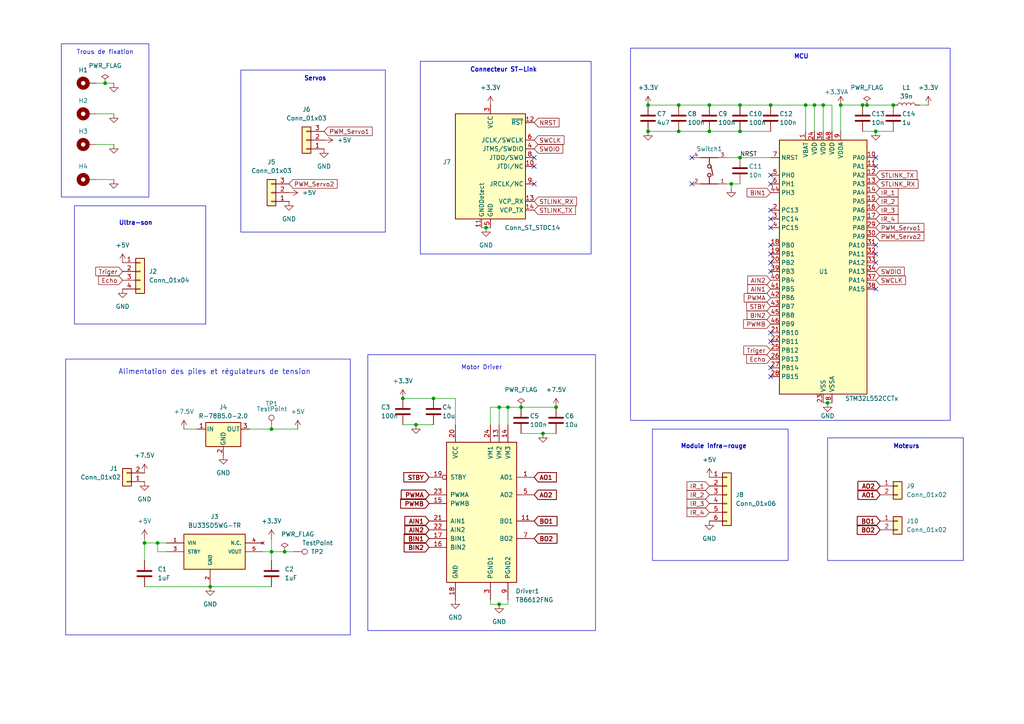
<source format=kicad_sch>
(kicad_sch (version 20231120) (generator "eeschema") (generator_version "8.0")
  (paper "A4")
  (title_block (title "PCB Pami coupe de France 2025") (date "2025-02-04") (comment 1 "Capodagli Janus"))
  (lib_symbols
    (symbol "BU33SD5WG-TR:BU33SD5WG-TR" (pin_names (offset 1.016))
      (property "Reference" "PS1" (at 13.97 7.62 0))
      (property "Value" "BU33SD5WG-TR" (at 13.97 5.08 0))
      (symbol "BU33SD5WG-TR_0_0"
        (rectangle (start 5.08 -7.62) (end 22.86 2.54) (stroke (width 0.254)) (fill (type background)))
        (pin bidirectional line (at 0 0 0) (length 5.08) (name "VIN") (number "1"))
        (pin bidirectional line (at 12.7 -12.7 90) (length 5.08) (name "GND") (number "2"))
        (pin bidirectional line (at 0 -2.54 0) (length 5.08) (name "STBY") (number "3"))
        (pin no_connect line (at 27.94 0 180) (length 5.08) (name "N.C.") (number "4"))
        (pin bidirectional line (at 27.94 -2.54 180) (length 5.08) (name "VOUT") (number "5"))
      )
    )
    (symbol "Connector:Conn_ST_STDC14"
      (property "Reference" "J" (at -8.89 16.51 0))
      (property "Value" "Conn_ST_STDC14" (at 17.78 16.51 0))
      (symbol "Conn_ST_STDC14_0_1"
        (rectangle (start -10.16 15.24) (end 10.16 -15.24) (stroke (width 0.254)) (fill (type background)))
      )
      (symbol "Conn_ST_STDC14_1_1"
        (pin no_connect line (at -10.16 5.08 0) (length 2.54) hide (name "NC") (number "1"))
        (pin output line (at 12.7 0 180) (length 2.54) (name "JTDI/NC") (number "10"))
        (pin passive line (at -2.54 -17.78 90) (length 2.54) (name "GNDDetect") (number "11"))
        (pin open_collector line (at 12.7 12.7 180) (length 2.54) (name "~{RST}") (number "12"))
        (pin output line (at 12.7 -10.16 180) (length 2.54) (name "VCP_RX") (number "13"))
        (pin input line (at 12.7 -12.7 180) (length 2.54) (name "VCP_TX") (number "14"))
        (pin no_connect line (at -10.16 2.54 0) (length 2.54) hide (name "NC") (number "2"))
        (pin power_in line (at 0 17.78 270) (length 2.54) (name "VCC") (number "3"))
        (pin bidirectional line (at 12.7 5.08 180) (length 2.54) (name "JTMS/SWDIO") (number "4"))
        (pin power_in line (at 0 -17.78 90) (length 2.54) (name "GND") (number "5"))
        (pin output line (at 12.7 7.62 180) (length 2.54) (name "JCLK/SWCLK") (number "6"))
        (pin passive line (at 0 -17.78 90) (length 2.54) hide (name "GND") (number "7"))
        (pin input line (at 12.7 2.54 180) (length 2.54) (name "JTDO/SWO") (number "8"))
        (pin input line (at 12.7 -5.08 180) (length 2.54) (name "JRCLK/NC") (number "9"))
      )
    )
    (symbol "Connector:TestPoint" (pin_numbers hide) (pin_names (offset 0.762) hide)
      (property "Reference" "TP" (at 0 6.858 0))
      (property "Value" "TestPoint" (at 0 5.08 0))
      (symbol "TestPoint_0_1"
        (circle (center 0 3.302) (radius 0.762))
      )
      (symbol "TestPoint_1_1"
        (pin passive line (at 0 0 90) (length 2.54) (name "1") (number "1"))
      )
    )
    (symbol "Connector_Generic:Conn_01x02" (pin_names (offset 1.016) hide)
      (property "Reference" "J" (at 0 2.54 0))
      (property "Value" "Conn_01x02" (at 0 -5.08 0))
      (symbol "Conn_01x02_1_1"
        (rectangle (start -1.27 -2.413) (end 0 -2.667) (stroke (width 0.1524)))
        (rectangle (start -1.27 0.127) (end 0 -0.127) (stroke (width 0.1524)))
        (rectangle (start -1.27 1.27) (end 1.27 -3.81) (stroke (width 0.254)) (fill (type background)))
        (pin passive line (at -5.08 0 0) (length 3.81) (name "Pin_1") (number "1"))
        (pin passive line (at -5.08 -2.54 0) (length 3.81) (name "Pin_2") (number "2"))
      )
    )
    (symbol "Connector_Generic:Conn_01x03" (pin_names (offset 1.016) hide)
      (property "Reference" "J" (at 0 5.08 0))
      (property "Value" "Conn_01x03" (at 0 -5.08 0))
      (symbol "Conn_01x03_1_1"
        (rectangle (start -1.27 -2.413) (end 0 -2.667) (stroke (width 0.1524)))
        (rectangle (start -1.27 0.127) (end 0 -0.127) (stroke (width 0.1524)))
        (rectangle (start -1.27 2.667) (end 0 2.413) (stroke (width 0.1524)))
        (rectangle (start -1.27 3.81) (end 1.27 -3.81) (stroke (width 0.254)) (fill (type background)))
        (pin passive line (at -5.08 2.54 0) (length 3.81) (name "Pin_1") (number "1"))
        (pin passive line (at -5.08 0 0) (length 3.81) (name "Pin_2") (number "2"))
        (pin passive line (at -5.08 -2.54 0) (length 3.81) (name "Pin_3") (number "3"))
      )
    )
    (symbol "Connector_Generic:Conn_01x04" (pin_names (offset 1.016) hide)
      (property "Reference" "J" (at 0 5.08 0))
      (property "Value" "Conn_01x04" (at 0 -7.62 0))
      (symbol "Conn_01x04_1_1"
        (rectangle (start -1.27 -4.953) (end 0 -5.207) (stroke (width 0.1524)))
        (rectangle (start -1.27 -2.413) (end 0 -2.667) (stroke (width 0.1524)))
        (rectangle (start -1.27 0.127) (end 0 -0.127) (stroke (width 0.1524)))
        (rectangle (start -1.27 2.667) (end 0 2.413) (stroke (width 0.1524)))
        (rectangle (start -1.27 3.81) (end 1.27 -6.35) (stroke (width 0.254)) (fill (type background)))
        (pin passive line (at -5.08 2.54 0) (length 3.81) (name "Pin_1") (number "1"))
        (pin passive line (at -5.08 0 0) (length 3.81) (name "Pin_2") (number "2"))
        (pin passive line (at -5.08 -2.54 0) (length 3.81) (name "Pin_3") (number "3"))
        (pin passive line (at -5.08 -5.08 0) (length 3.81) (name "Pin_4") (number "4"))
      )
    )
    (symbol "Connector_Generic:Conn_01x06" (pin_names (offset 1.016) hide)
      (property "Reference" "J" (at 0 7.62 0))
      (property "Value" "Conn_01x06" (at 0 -10.16 0))
      (symbol "Conn_01x06_1_1"
        (rectangle (start -1.27 -7.493) (end 0 -7.747) (stroke (width 0.1524)))
        (rectangle (start -1.27 -4.953) (end 0 -5.207) (stroke (width 0.1524)))
        (rectangle (start -1.27 -2.413) (end 0 -2.667) (stroke (width 0.1524)))
        (rectangle (start -1.27 0.127) (end 0 -0.127) (stroke (width 0.1524)))
        (rectangle (start -1.27 2.667) (end 0 2.413) (stroke (width 0.1524)))
        (rectangle (start -1.27 5.207) (end 0 4.953) (stroke (width 0.1524)))
        (rectangle (start -1.27 6.35) (end 1.27 -8.89) (stroke (width 0.254)) (fill (type background)))
        (pin passive line (at -5.08 5.08 0) (length 3.81) (name "Pin_1") (number "1"))
        (pin passive line (at -5.08 2.54 0) (length 3.81) (name "Pin_2") (number "2"))
        (pin passive line (at -5.08 0 0) (length 3.81) (name "Pin_3") (number "3"))
        (pin passive line (at -5.08 -2.54 0) (length 3.81) (name "Pin_4") (number "4"))
        (pin passive line (at -5.08 -5.08 0) (length 3.81) (name "Pin_5") (number "5"))
        (pin passive line (at -5.08 -7.62 0) (length 3.81) (name "Pin_6") (number "6"))
      )
    )
    (symbol "Device:C" (pin_numbers hide) (pin_names (offset 0.254))
      (property "Reference" "C" (at 0.635 2.54 0))
      (property "Value" "C" (at 0.635 -2.54 0))
      (symbol "C_0_1"
        (polyline (pts (xy -2.032 -0.762) (xy 2.032 -0.762)) (stroke (width 0.508)))
        (polyline (pts (xy -2.032 0.762) (xy 2.032 0.762)) (stroke (width 0.508)))
      )
      (symbol "C_1_1"
        (pin passive line (at 0 3.81 270) (length 2.794) (name "~") (number "1"))
        (pin passive line (at 0 -3.81 90) (length 2.794) (name "~") (number "2"))
      )
    )
    (symbol "Device:L" (pin_numbers hide) (pin_names (offset 1.016) hide)
      (property "Reference" "L" (at -1.27 0 90))
      (property "Value" "L" (at 1.905 0 90))
      (symbol "L_0_1"
        (arc (start 0 -2.54) (mid 0.6323 -1.905) (end 0 -1.27))
        (arc (start 0 -1.27) (mid 0.6323 -0.635) (end 0 0))
        (arc (start 0 0) (mid 0.6323 0.635) (end 0 1.27))
        (arc (start 0 1.27) (mid 0.6323 1.905) (end 0 2.54))
      )
      (symbol "L_1_1"
        (pin passive line (at 0 3.81 270) (length 1.27) (name "1") (number "1"))
        (pin passive line (at 0 -3.81 90) (length 1.27) (name "2") (number "2"))
      )
    )
    (symbol "Driver_Motor:TB6612FNG" (pin_names (offset 1.016))
      (property "Reference" "U" (at 11.43 17.78 0))
      (property "Value" "TB6612FNG" (at 11.43 15.24 0))
      (symbol "TB6612FNG_0_1"
        (rectangle (start -10.16 20.32) (end 10.16 -20.32) (stroke (width 0.254)) (fill (type background)))
      )
      (symbol "TB6612FNG_1_1"
        (pin output line (at 15.24 10.16 180) (length 5.08) (name "AO1") (number "1"))
        (pin passive line (at 7.62 -25.4 90) (length 5.08) hide (name "PGND2") (number "10"))
        (pin output line (at 15.24 -2.54 180) (length 5.08) (name "BO1") (number "11"))
        (pin passive line (at 15.24 -2.54 180) (length 5.08) hide (name "BO1") (number "12"))
        (pin power_in line (at 5.08 25.4 270) (length 5.08) (name "VM2") (number "13"))
        (pin power_in line (at 7.62 25.4 270) (length 5.08) (name "VM3") (number "14"))
        (pin input line (at -15.24 2.54 0) (length 5.08) (name "PWMB") (number "15"))
        (pin input line (at -15.24 -10.16 0) (length 5.08) (name "BIN2") (number "16"))
        (pin input line (at -15.24 -7.62 0) (length 5.08) (name "BIN1") (number "17"))
        (pin power_in line (at -7.62 -25.4 90) (length 5.08) (name "GND") (number "18"))
        (pin input inverted (at -15.24 10.16 0) (length 5.08) (name "STBY") (number "19"))
        (pin passive line (at 15.24 10.16 180) (length 5.08) hide (name "AO1") (number "2"))
        (pin power_in line (at -7.62 25.4 270) (length 5.08) (name "VCC") (number "20"))
        (pin input line (at -15.24 -2.54 0) (length 5.08) (name "AIN1") (number "21"))
        (pin input line (at -15.24 -5.08 0) (length 5.08) (name "AIN2") (number "22"))
        (pin input line (at -15.24 5.08 0) (length 5.08) (name "PWMA") (number "23"))
        (pin power_in line (at 2.54 25.4 270) (length 5.08) (name "VM1") (number "24"))
        (pin power_in line (at 2.54 -25.4 90) (length 5.08) (name "PGND1") (number "3"))
        (pin passive line (at 2.54 -25.4 90) (length 5.08) hide (name "PGND1") (number "4"))
        (pin output line (at 15.24 5.08 180) (length 5.08) (name "AO2") (number "5"))
        (pin passive line (at 15.24 5.08 180) (length 5.08) hide (name "AO2") (number "6"))
        (pin output line (at 15.24 -7.62 180) (length 5.08) (name "BO2") (number "7"))
        (pin passive line (at 15.24 -7.62 180) (length 5.08) hide (name "BO2") (number "8"))
        (pin power_in line (at 7.62 -25.4 90) (length 5.08) (name "PGND2") (number "9"))
      )
    )
    (symbol "GND_3" (power) (pin_numbers hide) (pin_names (offset 0) hide)
      (property "Value" "GND" (at 0 -3.81 0))
      (symbol "GND_3_0_1"
        (polyline (pts (xy 0 0) (xy 0 -1.27) (xy 1.27 -1.27) (xy 0 -2.54) (xy -1.27 -1.27) (xy 0 -1.27)))
      )
      (symbol "GND_3_1_1"
        (pin power_in line (at 0 0 270) (length 0) (name "~") (number "1"))
      )
    )
    (symbol "MCU_ST_STM32L5:STM32L552CCTx"
      (property "Reference" "U" (at -12.7 39.37 0))
      (property "Value" "STM32L552CCTx" (at 7.62 39.37 0))
      (symbol "STM32L552CCTx_0_1"
        (rectangle (start -12.7 -35.56) (end 12.7 38.1) (stroke (width 0.254)) (fill (type background)))
      )
      (symbol "STM32L552CCTx_1_1"
        (pin power_in line (at -5.08 40.64 270) (length 2.54) (name "VBAT") (number "1"))
        (pin bidirectional line (at 15.24 33.02 180) (length 2.54) (name "PA0") (number "10"))
        (pin bidirectional line (at 15.24 30.48 180) (length 2.54) (name "PA1") (number "11"))
        (pin bidirectional line (at 15.24 27.94 180) (length 2.54) (name "PA2") (number "12"))
        (pin bidirectional line (at 15.24 25.4 180) (length 2.54) (name "PA3") (number "13"))
        (pin bidirectional line (at 15.24 22.86 180) (length 2.54) (name "PA4") (number "14"))
        (pin bidirectional line (at 15.24 20.32 180) (length 2.54) (name "PA5") (number "15"))
        (pin bidirectional line (at 15.24 17.78 180) (length 2.54) (name "PA6") (number "16"))
        (pin bidirectional line (at 15.24 15.24 180) (length 2.54) (name "PA7") (number "17"))
        (pin bidirectional line (at -15.24 7.62 0) (length 2.54) (name "PB0") (number "18"))
        (pin bidirectional line (at -15.24 5.08 0) (length 2.54) (name "PB1") (number "19"))
        (pin bidirectional line (at -15.24 17.78 0) (length 2.54) (name "PC13") (number "2"))
        (pin bidirectional line (at -15.24 2.54 0) (length 2.54) (name "PB2") (number "20"))
        (pin bidirectional line (at -15.24 -17.78 0) (length 2.54) (name "PB10") (number "21"))
        (pin bidirectional line (at -15.24 -20.32 0) (length 2.54) (name "PB11") (number "22"))
        (pin power_in line (at 0 -38.1 90) (length 2.54) (name "VSS") (number "23"))
        (pin power_in line (at -2.54 40.64 270) (length 2.54) (name "VDD") (number "24"))
        (pin bidirectional line (at -15.24 -22.86 0) (length 2.54) (name "PB12") (number "25"))
        (pin bidirectional line (at -15.24 -25.4 0) (length 2.54) (name "PB13") (number "26"))
        (pin bidirectional line (at -15.24 -27.94 0) (length 2.54) (name "PB14") (number "27"))
        (pin bidirectional line (at -15.24 -30.48 0) (length 2.54) (name "PB15") (number "28"))
        (pin bidirectional line (at 15.24 12.7 180) (length 2.54) (name "PA8") (number "29"))
        (pin bidirectional line (at -15.24 15.24 0) (length 2.54) (name "PC14") (number "3"))
        (pin bidirectional line (at 15.24 10.16 180) (length 2.54) (name "PA9") (number "30"))
        (pin bidirectional line (at 15.24 7.62 180) (length 2.54) (name "PA10") (number "31"))
        (pin bidirectional line (at 15.24 5.08 180) (length 2.54) (name "PA11") (number "32"))
        (pin bidirectional line (at 15.24 2.54 180) (length 2.54) (name "PA12") (number "33"))
        (pin bidirectional line (at 15.24 0 180) (length 2.54) (name "PA13") (number "34"))
        (pin passive line (at 0 -38.1 90) (length 2.54) hide (name "VSS") (number "35"))
        (pin power_in line (at 0 40.64 270) (length 2.54) (name "VDD") (number "36"))
        (pin bidirectional line (at 15.24 -2.54 180) (length 2.54) (name "PA14") (number "37"))
        (pin bidirectional line (at 15.24 -5.08 180) (length 2.54) (name "PA15") (number "38"))
        (pin bidirectional line (at -15.24 0 0) (length 2.54) (name "PB3") (number "39"))
        (pin bidirectional line (at -15.24 12.7 0) (length 2.54) (name "PC15") (number "4"))
        (pin bidirectional line (at -15.24 -2.54 0) (length 2.54) (name "PB4") (number "40"))
        (pin bidirectional line (at -15.24 -5.08 0) (length 2.54) (name "PB5") (number "41"))
        (pin bidirectional line (at -15.24 -7.62 0) (length 2.54) (name "PB6") (number "42"))
        (pin bidirectional line (at -15.24 -10.16 0) (length 2.54) (name "PB7") (number "43"))
        (pin bidirectional line (at -15.24 22.86 0) (length 2.54) (name "PH3") (number "44"))
        (pin bidirectional line (at -15.24 -12.7 0) (length 2.54) (name "PB8") (number "45"))
        (pin bidirectional line (at -15.24 -15.24 0) (length 2.54) (name "PB9") (number "46"))
        (pin passive line (at 0 -38.1 90) (length 2.54) hide (name "VSS") (number "47"))
        (pin power_in line (at 2.54 40.64 270) (length 2.54) (name "VDD") (number "48"))
        (pin bidirectional line (at -15.24 27.94 0) (length 2.54) (name "PH0") (number "5"))
        (pin bidirectional line (at -15.24 25.4 0) (length 2.54) (name "PH1") (number "6"))
        (pin input line (at -15.24 33.02 0) (length 2.54) (name "NRST") (number "7"))
        (pin power_in line (at 2.54 -38.1 90) (length 2.54) (name "VSSA") (number "8"))
        (pin power_in line (at 5.08 40.64 270) (length 2.54) (name "VDDA") (number "9"))
      )
    )
    (symbol "MountingHole_Pad_2" (pin_numbers hide) (pin_names (offset 1.016) hide) (exclude_from_sim yes) (in_bom no)
      (property "Reference" "H1" (at 2.54 2.5401 0))
      (property "Value" "MountingHole_Pad" (at 2.54 0.0001 0))
      (symbol "MountingHole_Pad_2_0_1"
        (circle (center 0 1.27) (radius 1.27) (stroke (width 1.27)))
      )
      (symbol "MountingHole_Pad_2_1_1"
        (pin input line (at 0 -2.54 90) (length 2.54) (name "1") (number "1"))
      )
    )
    (symbol "Regulator_Switching:R-78B5.0-2.0" (pin_names (offset 0.254))
      (property "Reference" "U" (at -3.81 3.175 0))
      (property "Value" "R-78B5.0-2.0" (at 0 3.175 0))
      (symbol "R-78B5.0-2.0_0_1"
        (rectangle (start -5.08 1.905) (end 5.08 -5.08) (stroke (width 0.254)) (fill (type background)))
      )
      (symbol "R-78B5.0-2.0_1_1"
        (pin power_in line (at -7.62 0 0) (length 2.54) (name "IN") (number "1"))
        (pin power_in line (at 0 -7.62 90) (length 2.54) (name "GND") (number "2"))
        (pin power_out line (at 7.62 0 180) (length 2.54) (name "OUT") (number "3"))
      )
    )
    (symbol "boutonSMD_wurth430471025826:430471025826" (pin_names (offset 1.016))
      (property "Reference" "S" (at 0 5.842 0))
      (symbol "430471025826_0_0"
        (polyline (pts (xy -2.54 -2.54) (xy 0 -2.54)) (stroke (width 0.254)))
        (polyline (pts (xy -2.54 5.08) (xy 0 5.08)) (stroke (width 0.254)))
        (polyline (pts (xy -0.47 -0.2) (xy -1.04 2.61)) (stroke (width 0.254)))
        (polyline (pts (xy 0 -2.54) (xy 2.54 -2.54)) (stroke (width 0.254)))
        (polyline (pts (xy 0 -0.535) (xy 0 -2.54)) (stroke (width 0.254)))
        (polyline (pts (xy 0 3.075) (xy 0 5.08)) (stroke (width 0.254)))
        (polyline (pts (xy 0 5.08) (xy 2.54 5.08)) (stroke (width 0.254)))
        (circle (center 0 0) (radius 0.508) (stroke (width 0.254)))
        (circle (center 0 2.54) (radius 0.508) (stroke (width 0.254)))
        (pin passive line (at -5.08 5.08 0) (length 2.54) (name "~") (number "1"))
        (pin passive line (at 5.08 5.08 180) (length 2.54) (name "~") (number "2"))
        (pin passive line (at -5.08 -2.54 0) (length 2.54) (name "~") (number "3"))
        (pin passive line (at 5.08 -2.54 180) (length 2.54) (name "~") (number "4"))
      )
    )
    (symbol "power:+3.3V" (power) (pin_numbers hide) (pin_names (offset 0) hide)
      (property "Value" "+3.3V" (at 0 3.556 0))
      (symbol "+3.3V_0_1"
        (polyline (pts (xy -0.762 1.27) (xy 0 2.54)))
        (polyline (pts (xy 0 0) (xy 0 2.54)))
        (polyline (pts (xy 0 2.54) (xy 0.762 1.27)))
      )
      (symbol "+3.3V_1_1"
        (pin power_in line (at 0 0 90) (length 0) (name "~") (number "1"))
      )
    )
    (symbol "power:+3.3VA" (power) (pin_numbers hide) (pin_names (offset 0) hide)
      (property "Value" "+3.3VA" (at 0 3.556 0))
      (symbol "+3.3VA_0_1"
        (polyline (pts (xy -0.762 1.27) (xy 0 2.54)))
        (polyline (pts (xy 0 0) (xy 0 2.54)))
        (polyline (pts (xy 0 2.54) (xy 0.762 1.27)))
      )
      (symbol "+3.3VA_1_1"
        (pin power_in line (at 0 0 90) (length 0) (name "~") (number "1"))
      )
    )
    (symbol "power:+5V" (power) (pin_numbers hide) (pin_names (offset 0) hide)
      (property "Value" "+5V" (at 0 3.556 0))
      (symbol "+5V_0_1"
        (polyline (pts (xy -0.762 1.27) (xy 0 2.54)))
        (polyline (pts (xy 0 0) (xy 0 2.54)))
        (polyline (pts (xy 0 2.54) (xy 0.762 1.27)))
      )
      (symbol "+5V_1_1"
        (pin power_in line (at 0 0 90) (length 0) (name "~") (number "1"))
      )
    )
    (symbol "power:+7.5V" (power) (pin_numbers hide) (pin_names (offset 0) hide)
      (property "Value" "+7.5V" (at 0 3.556 0))
      (symbol "+7.5V_0_1"
        (polyline (pts (xy -0.762 1.27) (xy 0 2.54)))
        (polyline (pts (xy 0 0) (xy 0 2.54)))
        (polyline (pts (xy 0 2.54) (xy 0.762 1.27)))
      )
      (symbol "+7.5V_1_1"
        (pin power_in line (at 0 0 90) (length 0) (name "~") (number "1"))
      )
    )
    (symbol "power:GND" (power) (pin_numbers hide) (pin_names (offset 0) hide)
      (property "Value" "GND" (at 0 -3.81 0))
      (symbol "GND_0_1"
        (polyline (pts (xy 0 0) (xy 0 -1.27) (xy 1.27 -1.27) (xy 0 -2.54) (xy -1.27 -1.27) (xy 0 -1.27)))
      )
      (symbol "GND_1_1"
        (pin power_in line (at 0 0 270) (length 0) (name "~") (number "1"))
      )
    )
    (symbol "power:PWR_FLAG" (power) (pin_numbers hide) (pin_names (offset 0) hide)
      (property "Value" "PWR_FLAG" (at 0 3.81 0))
      (symbol "PWR_FLAG_0_0"
        (pin power_out line (at 0 0 90) (length 0) (name "~") (number "1"))
      )
      (symbol "PWR_FLAG_0_1"
        (polyline (pts (xy 0 0) (xy 0 1.27) (xy -1.016 1.905) (xy 0 2.54) (xy 1.016 1.905) (xy 0 1.27)))
      )
    )
  )
  (junction (at 243.84 30.48))
  (junction (at 120.65 123.19))
  (junction (at 144.78 175.26))
  (junction (at 187.96 38.1))
  (junction (at 82.55 160.02))
  (junction (at 196.85 38.1))
  (junction (at 214.63 38.1))
  (junction (at 41.91 157.48))
  (junction (at 212.09 53.34))
  (junction (at 125.73 115.57))
  (junction (at 161.29 118.11))
  (junction (at 250.19 30.48))
  (junction (at 238.76 30.48))
  (junction (at 30.48 24.13))
  (junction (at 147.32 118.11))
  (junction (at 140.97 66.04))
  (junction (at 254 38.1))
  (junction (at 78.74 124.46))
  (junction (at 214.63 45.72))
  (junction (at 60.96 170.18))
  (junction (at 116.84 115.57))
  (junction (at 157.48 125.73))
  (junction (at 187.96 30.48))
  (junction (at 214.63 30.48))
  (junction (at 144.78 118.11))
  (junction (at 78.74 160.02))
  (junction (at 45.72 157.48))
  (junction (at 205.74 30.48))
  (junction (at 259.08 30.48))
  (junction (at 236.22 30.48))
  (junction (at 151.13 118.11))
  (junction (at 196.85 30.48))
  (junction (at 251.46 30.48))
  (junction (at 223.52 30.48))
  (junction (at 240.03 116.84))
  (junction (at 233.68 30.48))
  (junction (at 205.74 38.1))
  (no_connect (at 154.94 53.34))
  (no_connect (at 254 73.66))
  (no_connect (at 223.52 76.2))
  (no_connect (at 223.52 106.68))
  (no_connect (at 223.52 109.22))
  (no_connect (at 223.52 73.66))
  (no_connect (at 254 45.72))
  (no_connect (at 254 83.82))
  (no_connect (at 223.52 96.52))
  (no_connect (at 223.52 63.5))
  (no_connect (at 223.52 53.34))
  (no_connect (at 223.52 71.12))
  (no_connect (at 154.94 45.72))
  (no_connect (at 223.52 78.74))
  (no_connect (at 200.66 53.34))
  (no_connect (at 223.52 99.06))
  (no_connect (at 200.66 45.72))
  (no_connect (at 254 76.2))
  (no_connect (at 254 71.12))
  (no_connect (at 254 48.26))
  (no_connect (at 154.94 48.26))
  (no_connect (at 223.52 60.96))
  (no_connect (at 223.52 50.8))
  (no_connect (at 223.52 66.04))
  (wire (pts (xy 151.13 118.11) (xy 161.29 118.11)))
  (wire (pts (xy 142.24 118.11) (xy 142.24 123.19)))
  (wire (pts (xy 233.68 30.48) (xy 233.68 38.1)))
  (wire (pts (xy 53.34 124.46) (xy 57.15 124.46)))
  (wire (pts (xy 214.63 53.34) (xy 212.09 53.34)))
  (wire (pts (xy 157.48 125.73) (xy 161.29 125.73)))
  (wire (pts (xy 233.68 30.48) (xy 236.22 30.48)))
  (wire (pts (xy 132.08 115.57) (xy 132.08 123.19)))
  (wire (pts (xy 241.3 30.48) (xy 241.3 38.1)))
  (wire (pts (xy 78.74 160.02) (xy 78.74 162.56)))
  (wire (pts (xy 142.24 118.11) (xy 144.78 118.11)))
  (wire (pts (xy 140.97 66.04) (xy 142.24 66.04)))
  (wire (pts (xy 41.91 156.21) (xy 41.91 157.48)))
  (wire (pts (xy 238.76 116.84) (xy 240.03 116.84)))
  (wire (pts (xy 144.78 118.11) (xy 147.32 118.11)))
  (wire (pts (xy 82.55 160.02) (xy 78.74 160.02)))
  (wire (pts (xy 72.39 124.46) (xy 78.74 124.46)))
  (wire (pts (xy 196.85 30.48) (xy 205.74 30.48)))
  (wire (pts (xy 144.78 118.11) (xy 144.78 123.19)))
  (wire (pts (xy 144.78 175.26) (xy 147.32 175.26)))
  (wire (pts (xy 212.09 53.34) (xy 210.82 53.34)))
  (wire (pts (xy 254 38.1) (xy 259.08 38.1)))
  (wire (pts (xy 236.22 30.48) (xy 236.22 38.1)))
  (wire (pts (xy 142.24 173.99) (xy 142.24 175.26)))
  (wire (pts (xy 142.24 175.26) (xy 144.78 175.26)))
  (wire (pts (xy 30.48 24.13) (xy 33.02 24.13)))
  (wire (pts (xy 196.85 38.1) (xy 205.74 38.1)))
  (wire (pts (xy 250.19 38.1) (xy 254 38.1)))
  (wire (pts (xy 86.36 124.46) (xy 78.74 124.46)))
  (wire (pts (xy 116.84 115.57) (xy 125.73 115.57)))
  (wire (pts (xy 250.19 30.48) (xy 251.46 30.48)))
  (wire (pts (xy 205.74 30.48) (xy 214.63 30.48)))
  (wire (pts (xy 85.09 160.02) (xy 82.55 160.02)))
  (wire (pts (xy 41.91 157.48) (xy 45.72 157.48)))
  (wire (pts (xy 132.08 115.57) (xy 125.73 115.57)))
  (wire (pts (xy 251.46 30.48) (xy 259.08 30.48)))
  (wire (pts (xy 116.84 123.19) (xy 120.65 123.19)))
  (wire (pts (xy 76.2 160.02) (xy 78.74 160.02)))
  (wire (pts (xy 147.32 118.11) (xy 147.32 123.19)))
  (wire (pts (xy 214.63 30.48) (xy 223.52 30.48)))
  (wire (pts (xy 243.84 30.48) (xy 243.84 38.1)))
  (wire (pts (xy 210.82 45.72) (xy 214.63 45.72)))
  (wire (pts (xy 27.94 52.07) (xy 33.02 52.07)))
  (wire (pts (xy 187.96 30.48) (xy 196.85 30.48)))
  (wire (pts (xy 266.7 30.48) (xy 269.24 30.48)))
  (wire (pts (xy 151.13 125.73) (xy 157.48 125.73)))
  (wire (pts (xy 27.94 33.02) (xy 33.02 33.02)))
  (wire (pts (xy 45.72 157.48) (xy 45.72 160.02)))
  (wire (pts (xy 223.52 30.48) (xy 233.68 30.48)))
  (wire (pts (xy 41.91 170.18) (xy 60.96 170.18)))
  (wire (pts (xy 212.09 54.61) (xy 212.09 53.34)))
  (wire (pts (xy 214.63 38.1) (xy 223.52 38.1)))
  (wire (pts (xy 238.76 30.48) (xy 236.22 30.48)))
  (wire (pts (xy 45.72 160.02) (xy 48.26 160.02)))
  (wire (pts (xy 238.76 30.48) (xy 238.76 38.1)))
  (wire (pts (xy 27.94 41.91) (xy 33.02 41.91)))
  (wire (pts (xy 147.32 173.99) (xy 147.32 175.26)))
  (wire (pts (xy 243.84 30.48) (xy 250.19 30.48)))
  (wire (pts (xy 240.03 116.84) (xy 241.3 116.84)))
  (wire (pts (xy 78.74 156.21) (xy 78.74 160.02)))
  (wire (pts (xy 120.65 123.19) (xy 125.73 123.19)))
  (wire (pts (xy 41.91 157.48) (xy 41.91 162.56)))
  (wire (pts (xy 187.96 38.1) (xy 196.85 38.1)))
  (wire (pts (xy 147.32 118.11) (xy 151.13 118.11)))
  (wire (pts (xy 205.74 38.1) (xy 214.63 38.1)))
  (wire (pts (xy 139.7 66.04) (xy 140.97 66.04)))
  (wire (pts (xy 238.76 30.48) (xy 241.3 30.48)))
  (wire (pts (xy 60.96 170.18) (xy 78.74 170.18)))
  (wire (pts (xy 223.52 45.72) (xy 214.63 45.72)))
  (wire (pts (xy 27.94 24.13) (xy 30.48 24.13)))
  (wire (pts (xy 45.72 157.48) (xy 48.26 157.48)))
  (rectangle (start 189.23 124.46) (end 228.6 162.56))
  (rectangle (start 106.68 102.87) (end 172.72 182.88))
  (rectangle (start 21.59 59.69) (end 59.69 93.98))
  (rectangle (start 240.03 127) (end 279.4 162.56))
  (rectangle (start 17.78 12.7) (end 43.18 57.15))
  (rectangle (start 182.88 13.97) (end 275.59 121.92))
  (rectangle (start 121.92 17.78) (end 171.45 73.66))
  (rectangle (start 19.05 104.14) (end 101.6 184.15))
  (rectangle (start 69.85 20.32) (end 111.76 67.31))
  (text "Trous de fixation\n" (at 30.48 15.24 0) (effects (font (size 1.27 1.27))))
  (text "Servos" (at 91.44 22.86 0) (effects (font (size 1.27 1.27) (thickness 0.254) (bold yes))))
  (text "Moteurs\n" (at 262.89 129.54 0) (effects (font (size 1.27 1.27) (thickness 0.254) (bold yes))))
  (text "Module infra-rouge\n" (at 207.01 129.54 0) (effects (font (size 1.27 1.27) (thickness 0.254) (bold yes))))
  (text "Connecteur ST-Link\n" (at 146.05 20.32 0) (effects (font (size 1.27 1.27) (thickness 0.254) (bold yes))))
  (text "Ultra-son" (at 39.37 64.77 0) (effects (font (size 1.27 1.27) (thickness 0.254) (bold yes))))
  (text "Alimentation des piles et régulateurs de tension" (at 62.23 107.95 0) (effects (font (size 1.5 1.5))))
  (text "Motor Driver\n" (at 139.7 106.68 0) (effects (font (size 1.27 1.27))))
  (text "MCU\n" (at 232.41 16.51 0) (effects (font (size 1.27 1.27) (thickness 0.254) (bold yes))))
  (label "NRST" (at 214.63 45.72 0) (effects (font (thickness 0.1588))))
  (global_label "SWDIO" (shape input) (at 154.94 43.18 0) (property "Intersheetrefs" "${INTERSHEET_REFS}" (effects (hide yes))))
  (global_label "BO1" (shape input) (at 154.94 151.13 0) (effects (font (thickness 0.254) (bold yes))) (property "Intersheetrefs" "${INTERSHEET_REFS}" (effects (hide yes))))
  (global_label "AO2" (shape input) (at 154.94 143.51 0) (effects (font (thickness 0.254) (bold yes))) (property "Intersheetrefs" "${INTERSHEET_REFS}" (effects (hide yes))))
  (global_label "SWCLK" (shape input) (at 254 81.28 0) (property "Intersheetrefs" "${INTERSHEET_REFS}" (effects (hide yes))))
  (global_label "AIN1" (shape input) (at 124.46 151.13 180) (effects (font (thickness 0.254) (bold yes))) (property "Intersheetrefs" "${INTERSHEET_REFS}" (effects (hide yes))))
  (global_label "AO2" (shape input) (at 255.27 140.97 180) (effects (font (thickness 0.254) (bold yes))) (property "Intersheetrefs" "${INTERSHEET_REFS}" (effects (hide yes))))
  (global_label "SWCLK" (shape input) (at 154.94 40.64 0) (property "Intersheetrefs" "${INTERSHEET_REFS}" (effects (hide yes))))
  (global_label "Triger" (shape input) (at 35.56 78.74 180) (property "Intersheetrefs" "${INTERSHEET_REFS}" (effects (hide yes))))
  (global_label "PWM_Servo2" (shape input) (at 254 68.58 0) (property "Intersheetrefs" "${INTERSHEET_REFS}" (effects (hide yes))))
  (global_label "IR_4" (shape input) (at 254 63.5 0) (property "Intersheetrefs" "${INTERSHEET_REFS}" (effects (hide yes))))
  (global_label "Echo" (shape input) (at 223.52 104.14 180) (property "Intersheetrefs" "${INTERSHEET_REFS}" (effects (hide yes))))
  (global_label "BIN2" (shape input) (at 223.52 91.44 180) (property "Intersheetrefs" "${INTERSHEET_REFS}" (effects (hide yes))))
  (global_label "AIN2" (shape input) (at 124.46 153.67 180) (effects (font (thickness 0.254) (bold yes))) (property "Intersheetrefs" "${INTERSHEET_REFS}" (effects (hide yes))))
  (global_label "SWDIO" (shape input) (at 254 78.74 0) (property "Intersheetrefs" "${INTERSHEET_REFS}" (effects (hide yes))))
  (global_label "Echo" (shape input) (at 35.56 81.28 180) (property "Intersheetrefs" "${INTERSHEET_REFS}" (effects (hide yes))))
  (global_label "IR_3" (shape input) (at 205.74 146.05 180) (property "Intersheetrefs" "${INTERSHEET_REFS}" (effects (hide yes))))
  (global_label "STBY" (shape input) (at 124.46 138.43 180) (effects (font (thickness 0.254) (bold yes))) (property "Intersheetrefs" "${INTERSHEET_REFS}" (effects (hide yes))))
  (global_label "STLINK_RX" (shape input) (at 154.94 58.42 0) (property "Intersheetrefs" "${INTERSHEET_REFS}" (effects (hide yes))))
  (global_label "STLINK_TX" (shape input) (at 254 50.8 0) (property "Intersheetrefs" "${INTERSHEET_REFS}" (effects (hide yes))))
  (global_label "IR_2" (shape input) (at 205.74 143.51 180) (property "Intersheetrefs" "${INTERSHEET_REFS}" (effects (hide yes))))
  (global_label "IR_3" (shape input) (at 254 60.96 0) (property "Intersheetrefs" "${INTERSHEET_REFS}" (effects (hide yes))))
  (global_label "IR_4" (shape input) (at 205.74 148.59 180) (property "Intersheetrefs" "${INTERSHEET_REFS}" (effects (hide yes))))
  (global_label "PWM_Servo2" (shape input) (at 83.82 53.34 0) (property "Intersheetrefs" "${INTERSHEET_REFS}" (effects (hide yes))))
  (global_label "BO2" (shape input) (at 154.94 156.21 0) (effects (font (thickness 0.254) (bold yes))) (property "Intersheetrefs" "${INTERSHEET_REFS}" (effects (hide yes))))
  (global_label "PWMA" (shape input) (at 124.46 143.51 180) (effects (font (thickness 0.254) (bold yes))) (property "Intersheetrefs" "${INTERSHEET_REFS}" (effects (hide yes))))
  (global_label "AO1" (shape input) (at 154.94 138.43 0) (effects (font (thickness 0.254) (bold yes))) (property "Intersheetrefs" "${INTERSHEET_REFS}" (effects (hide yes))))
  (global_label "IR_1" (shape input) (at 205.74 140.97 180) (property "Intersheetrefs" "${INTERSHEET_REFS}" (effects (hide yes))))
  (global_label "PWM_Servo1" (shape input) (at 93.98 38.1 0) (property "Intersheetrefs" "${INTERSHEET_REFS}" (effects (hide yes))))
  (global_label "PWM_Servo1" (shape input) (at 254 66.04 0) (property "Intersheetrefs" "${INTERSHEET_REFS}" (effects (hide yes))))
  (global_label "BO1" (shape input) (at 255.27 151.13 180) (effects (font (thickness 0.254) (bold yes))) (property "Intersheetrefs" "${INTERSHEET_REFS}" (effects (hide yes))))
  (global_label "AO1" (shape input) (at 255.27 143.51 180) (effects (font (thickness 0.254) (bold yes))) (property "Intersheetrefs" "${INTERSHEET_REFS}" (effects (hide yes))))
  (global_label "IR_1" (shape input) (at 254 55.88 0) (property "Intersheetrefs" "${INTERSHEET_REFS}" (effects (hide yes))))
  (global_label "IR_2" (shape input) (at 254 58.42 0) (property "Intersheetrefs" "${INTERSHEET_REFS}" (effects (hide yes))))
  (global_label "STBY" (shape input) (at 223.52 88.9 180) (property "Intersheetrefs" "${INTERSHEET_REFS}" (effects (hide yes))))
  (global_label "BIN1" (shape input) (at 124.46 156.21 180) (effects (font (thickness 0.254) (bold yes))) (property "Intersheetrefs" "${INTERSHEET_REFS}" (effects (hide yes))))
  (global_label "Triger" (shape input) (at 223.52 101.6 180) (property "Intersheetrefs" "${INTERSHEET_REFS}" (effects (hide yes))))
  (global_label "PWMB" (shape input) (at 124.46 146.05 180) (effects (font (thickness 0.254) (bold yes))) (property "Intersheetrefs" "${INTERSHEET_REFS}" (effects (hide yes))))
  (global_label "PWMA" (shape input) (at 223.52 86.36 180) (property "Intersheetrefs" "${INTERSHEET_REFS}" (effects (hide yes))))
  (global_label "STLINK_TX" (shape input) (at 154.94 60.96 0) (property "Intersheetrefs" "${INTERSHEET_REFS}" (effects (hide yes))))
  (global_label "BIN1" (shape input) (at 223.52 55.88 180) (property "Intersheetrefs" "${INTERSHEET_REFS}" (effects (hide yes))))
  (global_label "AIN1" (shape input) (at 223.52 83.82 180) (property "Intersheetrefs" "${INTERSHEET_REFS}" (effects (hide yes))))
  (global_label "NRST" (shape input) (at 154.94 35.56 0) (effects (font (thickness 0.1588))) (property "Intersheetrefs" "${INTERSHEET_REFS}" (effects (hide yes))))
  (global_label "STLINK_RX" (shape input) (at 254 53.34 0) (property "Intersheetrefs" "${INTERSHEET_REFS}" (effects (hide yes))))
  (global_label "PWMB" (shape input) (at 223.52 93.98 180) (property "Intersheetrefs" "${INTERSHEET_REFS}" (effects (hide yes))))
  (global_label "AIN2" (shape input) (at 223.52 81.28 180) (property "Intersheetrefs" "${INTERSHEET_REFS}" (effects (hide yes))))
  (global_label "BIN2" (shape input) (at 124.46 158.75 180) (effects (font (thickness 0.254) (bold yes))) (property "Intersheetrefs" "${INTERSHEET_REFS}" (effects (hide yes))))
  (global_label "BO2" (shape input) (at 255.27 153.67 180) (effects (font (thickness 0.254) (bold yes))) (property "Intersheetrefs" "${INTERSHEET_REFS}" (effects (hide yes))))
  (symbol (lib_id "power:GND") (at 41.91 139.7 0) (unit 1)
    (property "Reference" "#PWR07" (effects (hide yes)))
    (property "Value" "GND" (at 41.91 144.78 0))
    (property "Description" "Power symbol creates a global label with name \"GND\" , ground" (effects (hide yes)))
  )
  (symbol (lib_id "power:+7.5V") (at 53.34 124.46 0) (unit 1)
    (property "Reference" "#PWR010" (effects (hide yes)))
    (property "Value" "+7.5V" (at 53.34 119.38 0))
    (property "Description" "Power symbol creates a global label with name \"+7.5V\"" (effects (hide yes)))
  )
  (symbol (lib_id "Device:L") (at 262.89 30.48 90) (unit 1)
    (property "Reference" "L1" (at 262.89 25.4 90))
    (property "Value" "39n" (at 262.89 27.94 90))
    (property "Footprint" "Inductor_SMD:L_0603_1608Metric" (effects (hide yes)))
    (property "Description" "Inductor" (effects (hide yes)))
  )
  (symbol (lib_id "power:GND") (at 205.74 151.13 0) (unit 1)
    (property "Reference" "#PWR029" (effects (hide yes)))
    (property "Value" "GND" (at 205.74 156.21 0))
    (property "Description" "Power symbol creates a global label with name \"GND\" , ground" (effects (hide yes)))
  )
  (symbol (lib_id "Device:C") (at 151.13 121.92 0) (unit 1)
    (property "Reference" "C5" (at 153.67 120.65 0) (effects (justify left)))
    (property "Value" "100n" (at 153.67 123.19 0) (effects (justify left)))
    (property "Footprint" "Capacitor_SMD:C_0402_1005Metric" (effects (hide yes)))
    (property "Description" "Unpolarized capacitor" (effects (hide yes)))
  )
  (symbol (lib_name "MountingHole_Pad_2") (lib_id "Mechanical:MountingHole_Pad") (at 25.4 52.07 90) (unit 1) (exclude_from_sim yes) (in_bom no)
    (property "Reference" "H4" (at 24.13 48.26 90))
    (property "Value" "MountingHole_Pad" (effects (hide yes)))
    (property "Footprint" "MountingHole:MountingHole_2.7mm_M2.5_Pad" (effects (hide yes)))
    (property "Description" "Mounting Hole with connection" (effects (hide yes)))
  )
  (symbol (lib_id "Connector_Generic:Conn_01x06") (at 210.82 143.51 0) (unit 1)
    (property "Reference" "J8" (at 213.36 143.5099 0) (effects (justify left)))
    (property "Value" "Conn_01x06" (at 213.36 146.0499 0) (effects (justify left)))
    (property "Footprint" "Connector_JST:JST_XH_S6B-XH-A-1_1x06_P2.50mm_Horizontal" (effects (hide yes)))
    (property "Description" "Generic connector, single row, 01x06, script generated (kicad-library-utils/schlib/autogen/connector/)" (effects (hide yes)))
  )
  (symbol (lib_id "Device:C") (at 205.74 34.29 0) (unit 1)
    (property "Reference" "C9" (at 208.28 33.02 0) (effects (justify left)))
    (property "Value" "100n" (at 208.28 35.56 0) (effects (justify left)))
    (property "Footprint" "Capacitor_SMD:C_0402_1005Metric" (effects (hide yes)))
    (property "Description" "Unpolarized capacitor" (effects (hide yes)))
  )
  (symbol (lib_id "power:PWR_FLAG") (at 30.48 24.13 0) (unit 1)
    (property "Reference" "#FLG01" (effects (hide yes)))
    (property "Value" "PWR_FLAG" (at 30.48 19.05 0))
    (property "Description" "Special symbol for telling ERC where power comes from" (effects (hide yes)))
  )
  (symbol (lib_id "Device:C") (at 116.84 119.38 0) (unit 1)
    (property "Reference" "C3" (at 110.49 118.11 0) (effects (justify left)))
    (property "Value" "100n" (at 110.49 120.65 0) (effects (justify left)))
    (property "Footprint" "Capacitor_SMD:C_0402_1005Metric" (effects (hide yes)))
    (property "Description" "Unpolarized capacitor" (effects (hide yes)))
  )
  (symbol (lib_id "power:+7.5V") (at 41.91 137.16 0) (unit 1)
    (property "Reference" "#PWR06" (effects (hide yes)))
    (property "Value" "+7.5V" (at 41.91 132.08 0))
    (property "Description" "Power symbol creates a global label with name \"+7.5V\"" (effects (hide yes)))
  )
  (symbol (lib_id "Connector:Conn_ST_STDC14") (at 142.24 48.26 0) (unit 1)
    (property "Reference" "J7" (at 130.81 46.9899 0) (effects (justify right)))
    (property "Value" "Conn_ST_STDC14" (at 162.56 66.04 0) (effects (justify right)))
    (property "Footprint" "Connector_PinHeader_1.27mm:PinHeader_2x07_P1.27mm_Vertical_SMD" (effects (hide yes)))
    (property "Datasheet" "https://www.st.com/content/ccc/resource/technical/document/user_manual/group1/99/49/91/b6/b2/3a/46/e5/DM00526767/files/DM00526767.pdf/jcr:content/translations/en.DM00526767.pdf" (effects (hide yes)))
    (property "Description" "ST Debug Connector, standard ARM Cortex-M SWD and JTAG interface plus UART" (effects (hide yes)))
  )
  (symbol (lib_id "power:+7.5V") (at 161.29 118.11 0) (unit 1)
    (property "Reference" "#PWR025" (effects (hide yes)))
    (property "Value" "+7.5V" (at 161.29 113.03 0))
    (property "Description" "Power symbol creates a global label with name \"+7.5V\"" (effects (hide yes)))
  )
  (symbol (lib_id "power:PWR_FLAG") (at 151.13 118.11 0) (unit 1)
    (property "Reference" "#FLG03" (effects (hide yes)))
    (property "Value" "PWR_FLAG" (at 151.13 113.03 0))
    (property "Description" "Special symbol for telling ERC where power comes from" (effects (hide yes)))
  )
  (symbol (lib_name "MountingHole_Pad_2") (lib_id "Mechanical:MountingHole_Pad") (at 25.4 41.91 90) (unit 1) (exclude_from_sim yes) (in_bom no)
    (property "Reference" "H3" (at 24.13 38.1 90))
    (property "Value" "MountingHole_Pad" (effects (hide yes)))
    (property "Footprint" "MountingHole:MountingHole_2.7mm_M2.5_Pad" (effects (hide yes)))
    (property "Description" "Mounting Hole with connection" (effects (hide yes)))
  )
  (symbol (lib_id "power:PWR_FLAG") (at 82.55 160.02 0) (unit 1)
    (property "Reference" "#FLG02" (effects (hide yes)))
    (property "Value" "PWR_FLAG" (at 86.36 154.94 0))
    (property "Description" "Special symbol for telling ERC where power comes from" (effects (hide yes)))
  )
  (symbol (lib_id "Device:C") (at 250.19 34.29 0) (unit 1)
    (property "Reference" "C13" (at 252.73 33.02 0) (effects (justify left)))
    (property "Value" "10n" (at 252.73 35.56 0) (effects (justify left)))
    (property "Footprint" "Capacitor_SMD:C_0402_1005Metric" (effects (hide yes)))
    (property "Description" "Unpolarized capacitor" (effects (hide yes)))
  )
  (symbol (lib_id "power:+5V") (at 41.91 156.21 0) (unit 1)
    (property "Reference" "#PWR08" (effects (hide yes)))
    (property "Value" "+5V" (at 41.91 151.13 0))
    (property "Description" "Power symbol creates a global label with name \"+5V\"" (effects (hide yes)))
  )
  (symbol (lib_id "boutonSMD_wurth430471025826:430471025826") (at 205.74 48.26 180) (unit 1)
    (property "Reference" "Switch1" (at 205.74 43.18 0))
    (property "Value" "430471025826" (effects (hide yes)))
    (property "Footprint" "boutonSMD_wurth430471025826:430471025826" (effects (hide yes)))
    (property "MF" "Würth Elektronik" (effects (hide yes)))
    (property "Description_1" "\n                        \n                            Tactile Switch SPST-NO Top Actuated Surface Mount\n                        \n" (effects (hide yes)))
    (property "Package" "None" (effects (hide yes)))
    (property "Price" "None" (effects (hide yes)))
    (property "VALUE" "430471025826" (effects (hide yes)))
    (property "HEIGHT" "2.5mm" (effects (hide yes)))
    (property "SnapEDA_Link" "https://www.snapeda.com/parts/430471025826/W%25C3%25BCrth+Elektronik+Midcom/view-part/?ref=snap" (effects (hide yes)))
    (property "DATASHEET-URL" "https://www.we-online.com/redexpert/spec/430471025826?ae" (effects (hide yes)))
    (property "MP" "430471025826" (effects (hide yes)))
    (property "PART-NUMBER" "430471025826" (effects (hide yes)))
    (property "OPERATION-FORCE" "260g" (effects (hide yes)))
    (property "QTY" "2000" (effects (hide yes)))
    (property "Availability" "In Stock" (effects (hide yes)))
    (property "Check_prices" "https://www.snapeda.com/parts/430471025826/W%25C3%25BCrth+Elektronik+Midcom/view-part/?ref=eda" (effects (hide yes)))
  )
  (symbol (lib_id "Connector:TestPoint") (at 78.74 124.46 0) (unit 1)
    (property "Reference" "TP1" (at 76.962 117.094 0) (effects (justify left)))
    (property "Value" "TestPoint" (at 74.422 118.618 0) (effects (justify left)))
    (property "Footprint" "TestPoint:TestPoint_Pad_D2.0mm" (effects (hide yes)))
    (property "Description" "test point" (effects (hide yes)))
  )
  (symbol (lib_id "power:GND") (at 254 38.1 0) (unit 1)
    (property "Reference" "#PWR033" (effects (hide yes)))
    (property "Value" "GND" (effects (hide yes)))
    (property "Description" "Power symbol creates a global label with name \"GND\" , ground" (effects (hide yes)))
  )
  (symbol (lib_id "power:+5V") (at 35.56 76.2 0) (unit 1)
    (property "Reference" "#PWR04" (effects (hide yes)))
    (property "Value" "+5V" (at 35.56 71.12 0))
    (property "Description" "Power symbol creates a global label with name \"+5V\"" (effects (hide yes)))
  )
  (symbol (lib_id "Connector:TestPoint") (at 85.09 160.02 270) (unit 1)
    (property "Reference" "TP2" (at 90.17 160.02 90) (effects (justify left)))
    (property "Value" "TestPoint" (at 87.63 157.48 90) (effects (justify left)))
    (property "Footprint" "TestPoint:TestPoint_Pad_D2.0mm" (effects (hide yes)))
    (property "Description" "test point" (effects (hide yes)))
  )
  (symbol (lib_id "power:GND") (at 187.96 38.1 0) (unit 1)
    (property "Reference" "#PWR027" (effects (hide yes)))
    (property "Value" "GND" (effects (hide yes)))
    (property "Description" "Power symbol creates a global label with name \"GND\" , ground" (effects (hide yes)))
  )
  (symbol (lib_id "Connector_Generic:Conn_01x04") (at 40.64 78.74 0) (unit 1)
    (property "Reference" "J2" (at 43.18 78.7399 0) (effects (justify left)))
    (property "Value" "Conn_01x04" (at 43.18 81.2799 0) (effects (justify left)))
    (property "Footprint" "Connector_JST:JST_PH_B4B-PH-K_1x04_P2.00mm_Vertical" (effects (hide yes)))
    (property "Description" "Generic connector, single row, 01x04, script generated (kicad-library-utils/schlib/autogen/connector/)" (effects (hide yes)))
  )
  (symbol (lib_id "power:GND") (at 33.02 33.02 0) (unit 1)
    (property "Reference" "#PWR02" (effects (hide yes)))
    (property "Value" "GND" (effects (hide yes)))
    (property "Description" "Power symbol creates a global label with name \"GND\" , ground" (effects (hide yes)))
  )
  (symbol (lib_id "Device:C") (at 125.73 119.38 0) (unit 1)
    (property "Reference" "C4" (at 128.27 118.11 0) (effects (justify left)))
    (property "Value" "10u" (at 128.27 120.65 0) (effects (justify left)))
    (property "Footprint" "Capacitor_SMD:C_0805_2012Metric" (effects (hide yes)))
    (property "Description" "Unpolarized capacitor" (effects (hide yes)))
  )
  (symbol (lib_id "Connector_Generic:Conn_01x03") (at 78.74 55.88 180) (unit 1)
    (property "Reference" "J5" (at 78.74 46.99 0))
    (property "Value" "Conn_01x03" (at 78.74 49.53 0))
    (property "Footprint" "Connector_JST:JST_XH_B3B-XH-A_1x03_P2.50mm_Vertical" (effects (hide yes)))
    (property "Description" "Generic connector, single row, 01x03, script generated (kicad-library-utils/schlib/autogen/connector/)" (effects (hide yes)))
  )
  (symbol (lib_id "Driver_Motor:TB6612FNG") (at 139.7 148.59 0) (unit 1)
    (property "Reference" "Driver1" (at 149.5141 171.45 0) (effects (justify left)))
    (property "Value" "TB6612FNG" (at 149.5141 173.99 0) (effects (justify left)))
    (property "Footprint" "Package_SO:SSOP-24_5.3x8.2mm_P0.65mm" (effects (hide yes)))
    (property "Datasheet" "https://toshiba.semicon-storage.com/us/product/linear/motordriver/detail.TB6612FNG.html" (effects (hide yes)))
    (property "Description" "Driver IC for Dual DC motor, SSOP-24" (effects (hide yes)))
  )
  (symbol (lib_id "power:PWR_FLAG") (at 251.46 30.48 0) (unit 1)
    (property "Reference" "#FLG04" (effects (hide yes)))
    (property "Value" "PWR_FLAG" (at 251.46 25.4 0))
    (property "Description" "Special symbol for telling ERC where power comes from" (effects (hide yes)))
  )
  (symbol (lib_id "power:GND") (at 120.65 123.19 0) (unit 1)
    (property "Reference" "#PWR019" (effects (hide yes)))
    (property "Value" "GND" (effects (hide yes)))
    (property "Description" "Power symbol creates a global label with name \"GND\" , ground" (effects (hide yes)))
  )
  (symbol (lib_id "power:+5V") (at 83.82 55.88 270) (unit 1)
    (property "Reference" "#PWR013" (effects (hide yes)))
    (property "Value" "+5V" (at 87.63 55.8799 90) (effects (justify left)))
    (property "Description" "Power symbol creates a global label with name \"+5V\"" (effects (hide yes)))
  )
  (symbol (lib_id "Device:C") (at 214.63 34.29 0) (unit 1)
    (property "Reference" "C10" (at 217.17 33.02 0) (effects (justify left)))
    (property "Value" "100n" (at 217.17 35.56 0) (effects (justify left)))
    (property "Footprint" "Capacitor_SMD:C_0402_1005Metric" (effects (hide yes)))
    (property "Description" "Unpolarized capacitor" (effects (hide yes)))
  )
  (symbol (lib_id "power:+3.3VA") (at 243.84 30.48 0) (unit 1)
    (property "Reference" "#PWR032" (effects (hide yes)))
    (property "Value" "+3.3VA" (at 242.57 26.67 0))
    (property "Description" "Power symbol creates a global label with name \"+3.3VA\"" (effects (hide yes)))
  )
  (symbol (lib_id "Regulator_Switching:R-78B5.0-2.0") (at 64.77 124.46 0) (unit 1)
    (property "Reference" "J4" (at 64.77 118.11 0))
    (property "Value" "R-78B5.0-2.0" (at 64.77 120.65 0))
    (property "Footprint" "Converter_DCDC:Converter_DCDC_RECOM_R-78B-2.0_THT" (effects (hide yes)))
    (property "Datasheet" "https://www.recom-power.com/pdf/Innoline/R-78Bxx-2.0.pdf" (effects (hide yes)))
    (property "Description" "2A Step-Down DC/DC-Regulator, 6.5-32V input, 5.0V fixed Output Voltage, LM78xx replacement, -40°C to +85°C, SIP3" (effects (hide yes)))
  )
  (symbol (lib_name "MountingHole_Pad_2") (lib_id "Mechanical:MountingHole_Pad") (at 25.4 24.13 90) (unit 1) (exclude_from_sim yes) (in_bom no)
    (property "Reference" "H1" (at 24.13 20.32 90))
    (property "Value" "MountingHole_Pad" (effects (hide yes)))
    (property "Footprint" "MountingHole:MountingHole_2.7mm_M2.5_Pad" (effects (hide yes)))
    (property "Description" "Mounting Hole with connection" (effects (hide yes)))
  )
  (symbol (lib_id "Connector_Generic:Conn_01x02") (at 260.35 140.97 0) (unit 1)
    (property "Reference" "J9" (at 262.89 140.9699 0) (effects (justify left)))
    (property "Value" "Conn_01x02" (at 262.89 143.5099 0) (effects (justify left)))
    (property "Footprint" "Connector_JST:JST_XH_B2B-XH-A_1x02_P2.50mm_Vertical" (effects (hide yes)))
    (property "Description" "Generic connector, single row, 01x02, script generated (kicad-library-utils/schlib/autogen/connector/)" (effects (hide yes)))
  )
  (symbol (lib_name "GND_3") (lib_id "power:GND") (at 64.77 132.08 0) (unit 1)
    (property "Reference" "#PWR011" (effects (hide yes)))
    (property "Value" "GND" (at 64.77 137.16 0))
    (property "Description" "Power symbol creates a global label with name \"GND\" , ground" (effects (hide yes)))
  )
  (symbol (lib_id "power:GND") (at 93.98 43.18 0) (unit 1)
    (property "Reference" "#PWR017" (effects (hide yes)))
    (property "Value" "GND" (at 93.98 48.26 0))
    (property "Description" "Power symbol creates a global label with name \"GND\" , ground" (effects (hide yes)))
  )
  (symbol (lib_id "power:+3.3V") (at 116.84 115.57 0) (unit 1)
    (property "Reference" "#PWR018" (effects (hide yes)))
    (property "Value" "+3.3V" (at 116.84 110.49 0))
    (property "Description" "Power symbol creates a global label with name \"+3.3V\"" (effects (hide yes)))
  )
  (symbol (lib_id "Device:C") (at 78.74 166.37 0) (unit 1)
    (property "Reference" "C2" (at 82.55 165.0999 0) (effects (justify left)))
    (property "Value" "1uF" (at 82.55 167.6399 0) (effects (justify left)))
    (property "Footprint" "Capacitor_SMD:C_0603_1608Metric_Pad1.08x0.95mm_HandSolder" (effects (hide yes)))
    (property "Description" "Unpolarized capacitor" (effects (hide yes)))
  )
  (symbol (lib_id "power:GND") (at 60.96 170.18 0) (unit 1)
    (property "Reference" "#PWR09" (effects (hide yes)))
    (property "Value" "GND" (at 60.96 175.26 0))
    (property "Description" "Power symbol creates a global label with name \"GND\" , ground" (effects (hide yes)))
  )
  (symbol (lib_id "Device:C") (at 196.85 34.29 0) (unit 1)
    (property "Reference" "C8" (at 199.39 33.02 0) (effects (justify left)))
    (property "Value" "100n" (at 199.39 35.56 0) (effects (justify left)))
    (property "Footprint" "Capacitor_SMD:C_0402_1005Metric" (effects (hide yes)))
    (property "Description" "Unpolarized capacitor" (effects (hide yes)))
  )
  (symbol (lib_id "Connector_Generic:Conn_01x02") (at 260.35 151.13 0) (unit 1)
    (property "Reference" "J10" (at 262.89 151.1299 0) (effects (justify left)))
    (property "Value" "Conn_01x02" (at 262.89 153.6699 0) (effects (justify left)))
    (property "Footprint" "Connector_JST:JST_XH_B2B-XH-A_1x02_P2.50mm_Vertical" (effects (hide yes)))
    (property "Description" "Generic connector, single row, 01x02, script generated (kicad-library-utils/schlib/autogen/connector/)" (effects (hide yes)))
  )
  (symbol (lib_id "power:GND") (at 35.56 83.82 0) (unit 1)
    (property "Reference" "#PWR05" (effects (hide yes)))
    (property "Value" "GND" (at 35.56 88.9 0))
    (property "Description" "Power symbol creates a global label with name \"GND\" , ground" (effects (hide yes)))
  )
  (symbol (lib_id "power:+5V") (at 93.98 40.64 270) (unit 1)
    (property "Reference" "#PWR016" (effects (hide yes)))
    (property "Value" "+5V" (at 97.79 40.6399 90) (effects (justify left)))
    (property "Description" "Power symbol creates a global label with name \"+5V\"" (effects (hide yes)))
  )
  (symbol (lib_id "power:GND") (at 144.78 175.26 0) (unit 1)
    (property "Reference" "#PWR023" (effects (hide yes)))
    (property "Value" "GND" (at 144.78 180.34 0))
    (property "Description" "Power symbol creates a global label with name \"GND\" , ground" (effects (hide yes)))
  )
  (symbol (lib_id "Device:C") (at 41.91 166.37 0) (unit 1)
    (property "Reference" "C1" (at 45.72 165.0999 0) (effects (justify left)))
    (property "Value" "1uF" (at 45.72 167.6399 0) (effects (justify left)))
    (property "Footprint" "Capacitor_SMD:C_0603_1608Metric_Pad1.08x0.95mm_HandSolder" (effects (hide yes)))
    (property "Description" "Unpolarized capacitor" (effects (hide yes)))
  )
  (symbol (lib_id "Device:C") (at 223.52 34.29 0) (unit 1)
    (property "Reference" "C12" (at 226.06 33.02 0) (effects (justify left)))
    (property "Value" "100n" (at 226.06 35.56 0) (effects (justify left)))
    (property "Footprint" "Capacitor_SMD:C_0402_1005Metric" (effects (hide yes)))
    (property "Description" "Unpolarized capacitor" (effects (hide yes)))
  )
  (symbol (lib_id "Device:C") (at 214.63 49.53 0) (unit 1)
    (property "Reference" "C11" (at 217.17 48.26 0) (effects (justify left)))
    (property "Value" "10n" (at 217.17 50.8 0) (effects (justify left)))
    (property "Footprint" "Capacitor_SMD:C_0402_1005Metric" (effects (hide yes)))
    (property "Description" "Unpolarized capacitor" (effects (hide yes)))
  )
  (symbol (lib_id "power:GND") (at 140.97 66.04 0) (unit 1)
    (property "Reference" "#PWR021" (effects (hide yes)))
    (property "Value" "GND" (at 140.97 71.12 0))
    (property "Description" "Power symbol creates a global label with name \"GND\" , ground" (effects (hide yes)))
  )
  (symbol (lib_id "Device:C") (at 161.29 121.92 0) (unit 1)
    (property "Reference" "C6" (at 163.83 120.65 0) (effects (justify left)))
    (property "Value" "10u" (at 163.83 123.19 0) (effects (justify left)))
    (property "Footprint" "Capacitor_SMD:C_0805_2012Metric" (effects (hide yes)))
    (property "Description" "Unpolarized capacitor" (effects (hide yes)))
  )
  (symbol (lib_id "power:GND") (at 33.02 24.13 0) (unit 1)
    (property "Reference" "#PWR01" (effects (hide yes)))
    (property "Value" "GND" (effects (hide yes)))
    (property "Description" "Power symbol creates a global label with name \"GND\" , ground" (effects (hide yes)))
  )
  (symbol (lib_id "power:GND") (at 157.48 125.73 0) (unit 1)
    (property "Reference" "#PWR024" (effects (hide yes)))
    (property "Value" "GND" (effects (hide yes)))
    (property "Description" "Power symbol creates a global label with name \"GND\" , ground" (effects (hide yes)))
  )
  (symbol (lib_id "power:+3.3V") (at 269.24 30.48 0) (unit 1)
    (property "Reference" "#PWR034" (effects (hide yes)))
    (property "Value" "+3.3V" (at 269.24 25.4 0))
    (property "Description" "Power symbol creates a global label with name \"+3.3V\"" (effects (hide yes)))
  )
  (symbol (lib_name "MountingHole_Pad_2") (lib_id "Mechanical:MountingHole_Pad") (at 25.4 33.02 90) (unit 1) (exclude_from_sim yes) (in_bom no)
    (property "Reference" "H2" (at 24.13 29.21 90))
    (property "Value" "MountingHole_Pad" (effects (hide yes)))
    (property "Footprint" "MountingHole:MountingHole_2.7mm_M2.5_Pad" (effects (hide yes)))
    (property "Description" "Mounting Hole with connection" (effects (hide yes)))
  )
  (symbol (lib_id "power:GND") (at 83.82 58.42 0) (unit 1)
    (property "Reference" "#PWR014" (effects (hide yes)))
    (property "Value" "GND" (at 83.82 63.5 0))
    (property "Description" "Power symbol creates a global label with name \"GND\" , ground" (effects (hide yes)))
  )
  (symbol (lib_id "power:GND") (at 132.08 173.99 0) (unit 1)
    (property "Reference" "#PWR020" (effects (hide yes)))
    (property "Value" "GND" (at 132.08 179.07 0))
    (property "Description" "Power symbol creates a global label with name \"GND\" , ground" (effects (hide yes)))
  )
  (symbol (lib_id "power:+3.3V") (at 86.36 124.46 0) (unit 1)
    (property "Reference" "#PWR015" (effects (hide yes)))
    (property "Value" "+5V" (at 86.36 119.38 0))
    (property "Description" "Power symbol creates a global label with name \"+3.3V\"" (effects (hide yes)))
  )
  (symbol (lib_id "Device:C") (at 259.08 34.29 0) (unit 1)
    (property "Reference" "C14" (at 261.62 33.02 0) (effects (justify left)))
    (property "Value" "1u" (at 261.62 35.56 0) (effects (justify left)))
    (property "Footprint" "Capacitor_SMD:C_0402_1005Metric" (effects (hide yes)))
    (property "Description" "Unpolarized capacitor" (effects (hide yes)))
  )
  (symbol (lib_id "power:GND") (at 33.02 52.07 0) (unit 1)
    (property "Reference" "#PWR035" (effects (hide yes)))
    (property "Value" "GND" (effects (hide yes)))
    (property "Description" "Power symbol creates a global label with name \"GND\" , ground" (effects (hide yes)))
  )
  (symbol (lib_id "power:+5V") (at 205.74 138.43 0) (unit 1)
    (property "Reference" "#PWR028" (effects (hide yes)))
    (property "Value" "+5V" (at 205.74 133.35 0))
    (property "Description" "Power symbol creates a global label with name \"+5V\"" (effects (hide yes)))
  )
  (symbol (lib_id "Device:C") (at 187.96 34.29 0) (unit 1)
    (property "Reference" "C7" (at 190.5 33.02 0) (effects (justify left)))
    (property "Value" "4u7" (at 190.5 35.56 0) (effects (justify left)))
    (property "Footprint" "Capacitor_SMD:C_0805_2012Metric" (effects (hide yes)))
    (property "Description" "Unpolarized capacitor" (effects (hide yes)))
  )
  (symbol (lib_id "Connector_Generic:Conn_01x02") (at 36.83 139.7 180) (unit 1)
    (property "Reference" "J1" (at 33.02 135.89 0))
    (property "Value" "Conn_01x02" (at 29.21 138.43 0))
    (property "Footprint" "Connector_JST:JST_XH_S2B-XH-A-1_1x02_P2.50mm_Horizontal" (effects (hide yes)))
    (property "Description" "Generic connector, single row, 01x02, script generated (kicad-library-utils/schlib/autogen/connector/)" (effects (hide yes)))
  )
  (symbol (lib_id "power:GND") (at 33.02 41.91 0) (unit 1)
    (property "Reference" "#PWR03" (effects (hide yes)))
    (property "Value" "GND" (effects (hide yes)))
    (property "Description" "Power symbol creates a global label with name \"GND\" , ground" (effects (hide yes)))
  )
  (symbol (lib_id "power:+3.3V") (at 78.74 156.21 0) (unit 1)
    (property "Reference" "#PWR012" (effects (hide yes)))
    (property "Value" "+3.3V" (at 78.74 151.13 0))
    (property "Description" "Power symbol creates a global label with name \"+3.3V\"" (effects (hide yes)))
  )
  (symbol (lib_id "power:+3.3V") (at 142.24 30.48 0) (unit 1)
    (property "Reference" "#PWR022" (effects (hide yes)))
    (property "Value" "+3.3V" (at 142.24 25.4 0))
    (property "Description" "Power symbol creates a global label with name \"+3.3V\"" (effects (hide yes)))
  )
  (symbol (lib_id "power:+3.3V") (at 187.96 30.48 0) (unit 1)
    (property "Reference" "#PWR026" (effects (hide yes)))
    (property "Value" "+3.3V" (at 187.96 25.4 0))
    (property "Description" "Power symbol creates a global label with name \"+3.3V\"" (effects (hide yes)))
  )
  (symbol (lib_id "MCU_ST_STM32L5:STM32L552CCTx") (at 238.76 78.74 0) (unit 1)
    (property "Reference" "U1" (at 237.49 78.74 0) (effects (justify left)))
    (property "Value" "STM32L552CCTx" (at 245.11 115.57 0) (effects (justify left)))
    (property "Footprint" "Package_QFP:LQFP-48_7x7mm_P0.5mm" (effects (hide yes)))
    (property "Datasheet" "https://www.st.com/resource/en/datasheet/stm32l552cc.pdf" (effects (hide yes)))
    (property "Description" "STMicroelectronics Arm Cortex-M33 MCU, 256KB flash, 256KB RAM, 110 MHz, 1.71-3.6V, 38 GPIO, LQFP48" (effects (hide yes)))
  )
  (symbol (lib_id "Connector_Generic:Conn_01x03") (at 88.9 40.64 180) (unit 1)
    (property "Reference" "J6" (at 88.9 31.75 0))
    (property "Value" "Conn_01x03" (at 88.9 34.29 0))
    (property "Footprint" "Connector_JST:JST_XH_B3B-XH-A_1x03_P2.50mm_Vertical" (effects (hide yes)))
    (property "Description" "Generic connector, single row, 01x03, script generated (kicad-library-utils/schlib/autogen/connector/)" (effects (hide yes)))
  )
  (symbol (lib_id "power:GND") (at 240.03 116.84 0) (unit 1)
    (property "Reference" "#PWR031" (effects (hide yes)))
    (property "Value" "GND" (at 240.03 120.65 0))
    (property "Description" "Power symbol creates a global label with name \"GND\" , ground" (effects (hide yes)))
  )
  (symbol (lib_id "BU33SD5WG-TR:BU33SD5WG-TR") (at 48.26 157.48 0) (unit 1)
    (property "Reference" "J3" (at 62.23 149.86 0))
    (property "Value" "BU33SD5WG-TR" (at 62.23 152.4 0))
    (property "Footprint" "BU33SD5WG-TR:SOT95P280X125-5N" (effects (hide yes)))
    (property "Manufacturer_Name" "ROHM Semiconductor" (effects (hide yes)))
    (property "MF" "Rohm" (effects (hide yes)))
    (property "Mouser_Price-Stock" "https://www.mouser.co.uk/ProductDetail/ROHM-Semiconductor/BU33SD5WG-TR?qs=%2FKR40Cd6GUrQDzRkUEt69Q%3D%3D" (effects (hide yes)))
    (property "Description_1" "\n                        \n                            Linear Voltage Regulator IC Positive Fixed 1 Output  500mA 5-SSOP\n                        \n" (effects (hide yes)))
    (property "Mouser_Part_Number" "755-BU33SD5WG-TR" (effects (hide yes)))
    (property "Price" "None" (effects (hide yes)))
    (property "Package" "SSOP-5 Rohm" (effects (hide yes)))
    (property "Check_prices" "https://www.snapeda.com/parts/BU33SD5WG-TR/Rohm/view-part/?ref=eda" (effects (hide yes)))
    (property "Height" "1.25mm" (effects (hide yes)))
    (property "MP" "BU33SD5WG-TR" (effects (hide yes)))
    (property "SnapEDA_Link" "https://www.snapeda.com/parts/BU33SD5WG-TR/Rohm/view-part/?ref=snap" (effects (hide yes)))
    (property "Availability" "In Stock" (effects (hide yes)))
    (property "Manufacturer_Part_Number" "BU33SD5WG-TR" (effects (hide yes)))
  )
  (symbol (lib_id "power:GND") (at 212.09 54.61 0) (unit 1)
    (property "Reference" "#PWR030" (effects (hide yes)))
    (property "Value" "GND" (effects (hide yes)))
    (property "Description" "Power symbol creates a global label with name \"GND\" , ground" (effects (hide yes)))
  )
)
</source>
